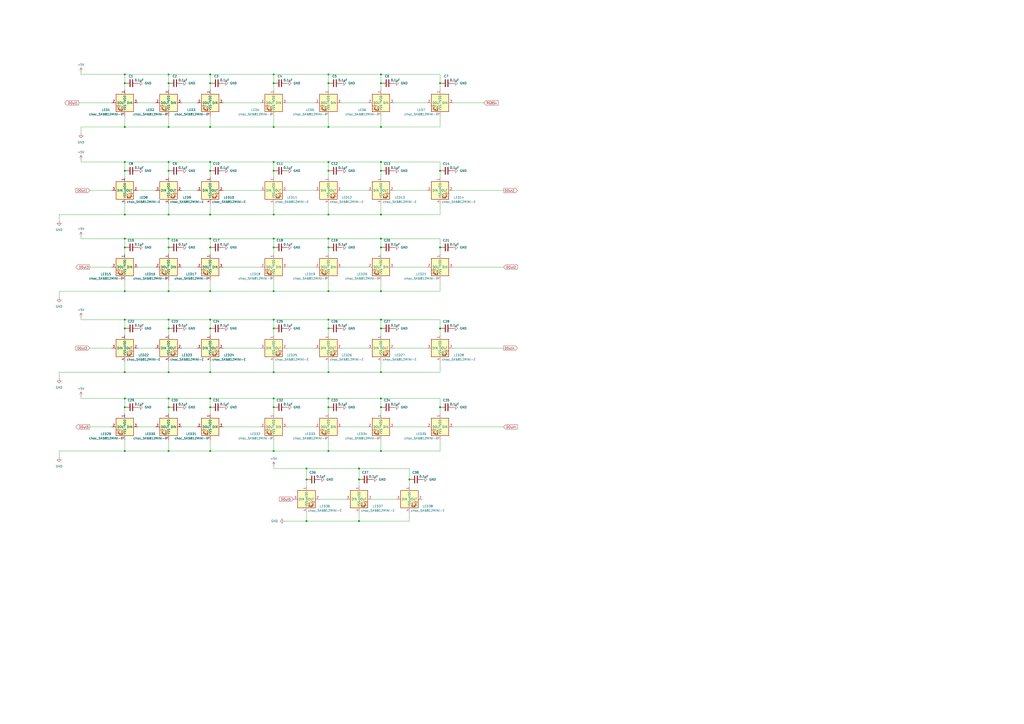
<source format=kicad_sch>
(kicad_sch (version 20231120) (generator "eeschema") (generator_version "8.0")
  (paper "A2")
  (junction (at 255.27 236.22))
  (junction (at 121.92 215.9))
  (junction (at 190.5 168.91))
  (junction (at 220.98 43.18))
  (junction (at 158.75 73.66))
  (junction (at 72.39 231.14))
  (junction (at 121.92 93.98))
  (junction (at 97.79 73.66))
  (junction (at 97.79 168.91))
  (junction (at 72.39 124.46))
  (junction (at 237.49 278.13))
  (junction (at 158.75 48.26))
  (junction (at 72.39 99.06))
  (junction (at 177.8 278.13))
  (junction (at 158.75 190.5))
  (junction (at 97.79 185.42))
  (junction (at 158.75 236.22))
  (junction (at 72.39 168.91))
  (junction (at 97.79 261.62))
  (junction (at 220.98 143.51))
  (junction (at 121.92 124.46))
  (junction (at 208.28 278.13))
  (junction (at 97.79 93.98))
  (junction (at 97.79 124.46))
  (junction (at 190.5 190.5))
  (junction (at 97.79 236.22))
  (junction (at 72.39 43.18))
  (junction (at 158.75 99.06))
  (junction (at 121.92 99.06))
  (junction (at 190.5 138.43))
  (junction (at 220.98 73.66))
  (junction (at 158.75 124.46))
  (junction (at 190.5 143.51))
  (junction (at 190.5 185.42))
  (junction (at 177.8 302.26))
  (junction (at 97.79 231.14))
  (junction (at 158.75 185.42))
  (junction (at 190.5 215.9))
  (junction (at 220.98 168.91))
  (junction (at 121.92 236.22))
  (junction (at 121.92 231.14))
  (junction (at 72.39 48.26))
  (junction (at 158.75 261.62))
  (junction (at 121.92 43.18))
  (junction (at 177.8 271.78))
  (junction (at 158.75 143.51))
  (junction (at 220.98 215.9))
  (junction (at 220.98 261.62))
  (junction (at 220.98 231.14))
  (junction (at 190.5 124.46))
  (junction (at 121.92 138.43))
  (junction (at 190.5 99.06))
  (junction (at 72.39 143.51))
  (junction (at 97.79 215.9))
  (junction (at 97.79 143.51))
  (junction (at 72.39 215.9))
  (junction (at 208.28 271.78))
  (junction (at 255.27 190.5))
  (junction (at 158.75 43.18))
  (junction (at 255.27 143.51))
  (junction (at 220.98 93.98))
  (junction (at 190.5 43.18))
  (junction (at 220.98 236.22))
  (junction (at 220.98 138.43))
  (junction (at 220.98 48.26))
  (junction (at 97.79 99.06))
  (junction (at 190.5 236.22))
  (junction (at 72.39 138.43))
  (junction (at 220.98 190.5))
  (junction (at 121.92 261.62))
  (junction (at 220.98 185.42))
  (junction (at 220.98 99.06))
  (junction (at 255.27 48.26))
  (junction (at 72.39 236.22))
  (junction (at 97.79 190.5))
  (junction (at 97.79 138.43))
  (junction (at 72.39 190.5))
  (junction (at 72.39 73.66))
  (junction (at 158.75 168.91))
  (junction (at 158.75 231.14))
  (junction (at 72.39 261.62))
  (junction (at 121.92 190.5))
  (junction (at 72.39 93.98))
  (junction (at 158.75 93.98))
  (junction (at 190.5 261.62))
  (junction (at 158.75 215.9))
  (junction (at 255.27 99.06))
  (junction (at 121.92 143.51))
  (junction (at 190.5 231.14))
  (junction (at 121.92 168.91))
  (junction (at 72.39 185.42))
  (junction (at 121.92 73.66))
  (junction (at 97.79 43.18))
  (junction (at 208.28 302.26))
  (junction (at 97.79 48.26))
  (junction (at 121.92 185.42))
  (junction (at 158.75 138.43))
  (junction (at 190.5 48.26))
  (junction (at 220.98 124.46))
  (junction (at 121.92 48.26))
  (junction (at 190.5 73.66))
  (junction (at 190.5 93.98))
  (wire (pts (xy 46.99 92.71) (xy 46.99 93.98)))
  (wire (pts (xy 177.8 271.78) (xy 158.75 271.78)))
  (wire (pts (xy 198.12 201.93) (xy 213.36 201.93)))
  (wire (pts (xy 46.99 73.66) (xy 72.39 73.66)))
  (wire (pts (xy 190.5 73.66) (xy 220.98 73.66)))
  (wire (pts (xy 121.92 209.55) (xy 121.92 215.9)))
  (wire (pts (xy 158.75 102.87) (xy 158.75 99.06)))
  (wire (pts (xy 255.27 215.9) (xy 255.27 209.55)))
  (wire (pts (xy 129.54 201.93) (xy 151.13 201.93)))
  (wire (pts (xy 220.98 194.31) (xy 220.98 190.5)))
  (wire (pts (xy 97.79 102.87) (xy 97.79 99.06)))
  (wire (pts (xy 237.49 297.18) (xy 237.49 302.26)))
  (wire (pts (xy 158.75 209.55) (xy 158.75 215.9)))
  (wire (pts (xy 255.27 147.32) (xy 255.27 143.51)))
  (wire (pts (xy 198.12 154.94) (xy 213.36 154.94)))
  (wire (pts (xy 105.41 201.93) (xy 114.3 201.93)))
  (wire (pts (xy 228.6 247.65) (xy 247.65 247.65)))
  (wire (pts (xy 121.92 124.46) (xy 158.75 124.46)))
  (wire (pts (xy 190.5 231.14) (xy 220.98 231.14)))
  (wire (pts (xy 105.41 154.94) (xy 114.3 154.94)))
  (wire (pts (xy 190.5 261.62) (xy 220.98 261.62)))
  (wire (pts (xy 121.92 48.26) (xy 121.92 43.18)))
  (wire (pts (xy 121.92 194.31) (xy 121.92 190.5)))
  (wire (pts (xy 129.54 154.94) (xy 151.13 154.94)))
  (wire (pts (xy 220.98 43.18) (xy 220.98 48.26)))
  (wire (pts (xy 34.29 261.62) (xy 72.39 261.62)))
  (wire (pts (xy 72.39 255.27) (xy 72.39 261.62)))
  (wire (pts (xy 72.39 194.31) (xy 72.39 190.5)))
  (wire (pts (xy 190.5 168.91) (xy 220.98 168.91)))
  (wire (pts (xy 158.75 147.32) (xy 158.75 143.51)))
  (wire (pts (xy 220.98 67.31) (xy 220.98 73.66)))
  (wire (pts (xy 255.27 138.43) (xy 255.27 143.51)))
  (wire (pts (xy 121.92 190.5) (xy 121.92 185.42)))
  (wire (pts (xy 121.92 52.07) (xy 121.92 48.26)))
  (wire (pts (xy 220.98 168.91) (xy 255.27 168.91)))
  (wire (pts (xy 220.98 93.98) (xy 255.27 93.98)))
  (wire (pts (xy 220.98 240.03) (xy 220.98 236.22)))
  (wire (pts (xy 46.99 231.14) (xy 72.39 231.14)))
  (wire (pts (xy 34.29 124.46) (xy 34.29 128.27)))
  (wire (pts (xy 46.99 229.87) (xy 46.99 231.14)))
  (wire (pts (xy 121.92 143.51) (xy 121.92 138.43)))
  (wire (pts (xy 158.75 118.11) (xy 158.75 124.46)))
  (wire (pts (xy 34.29 215.9) (xy 34.29 219.71)))
  (wire (pts (xy 129.54 59.69) (xy 151.13 59.69)))
  (wire (pts (xy 158.75 168.91) (xy 190.5 168.91)))
  (wire (pts (xy 72.39 215.9) (xy 97.79 215.9)))
  (wire (pts (xy 72.39 124.46) (xy 97.79 124.46)))
  (wire (pts (xy 121.92 99.06) (xy 121.92 93.98)))
  (wire (pts (xy 208.28 278.13) (xy 208.28 281.94)))
  (wire (pts (xy 158.75 185.42) (xy 158.75 190.5)))
  (wire (pts (xy 72.39 67.31) (xy 72.39 73.66)))
  (wire (pts (xy 80.01 59.69) (xy 90.17 59.69)))
  (wire (pts (xy 220.98 261.62) (xy 255.27 261.62)))
  (wire (pts (xy 166.37 110.49) (xy 182.88 110.49)))
  (wire (pts (xy 97.79 93.98) (xy 121.92 93.98)))
  (wire (pts (xy 52.07 110.49) (xy 64.77 110.49)))
  (wire (pts (xy 97.79 240.03) (xy 97.79 236.22)))
  (wire (pts (xy 255.27 240.03) (xy 255.27 236.22)))
  (wire (pts (xy 220.98 124.46) (xy 255.27 124.46)))
  (wire (pts (xy 190.5 102.87) (xy 190.5 99.06)))
  (wire (pts (xy 166.37 59.69) (xy 182.88 59.69)))
  (wire (pts (xy 190.5 67.31) (xy 190.5 73.66)))
  (wire (pts (xy 121.92 93.98) (xy 158.75 93.98)))
  (wire (pts (xy 220.98 147.32) (xy 220.98 143.51)))
  (wire (pts (xy 72.39 147.32) (xy 72.39 143.51)))
  (wire (pts (xy 72.39 138.43) (xy 97.79 138.43)))
  (wire (pts (xy 190.5 93.98) (xy 190.5 99.06)))
  (wire (pts (xy 105.41 59.69) (xy 114.3 59.69)))
  (wire (pts (xy 97.79 255.27) (xy 97.79 261.62)))
  (wire (pts (xy 72.39 168.91) (xy 97.79 168.91)))
  (wire (pts (xy 97.79 194.31) (xy 97.79 190.5)))
  (wire (pts (xy 158.75 231.14) (xy 190.5 231.14)))
  (wire (pts (xy 190.5 138.43) (xy 190.5 143.51)))
  (wire (pts (xy 158.75 93.98) (xy 158.75 99.06)))
  (wire (pts (xy 46.99 73.66) (xy 46.99 77.47)))
  (wire (pts (xy 158.75 261.62) (xy 190.5 261.62)))
  (wire (pts (xy 97.79 43.18) (xy 121.92 43.18)))
  (wire (pts (xy 255.27 93.98) (xy 255.27 99.06)))
  (wire (pts (xy 237.49 278.13) (xy 237.49 281.94)))
  (wire (pts (xy 158.75 73.66) (xy 190.5 73.66)))
  (wire (pts (xy 220.98 118.11) (xy 220.98 124.46)))
  (wire (pts (xy 220.98 209.55) (xy 220.98 215.9)))
  (wire (pts (xy 121.92 147.32) (xy 121.92 143.51)))
  (wire (pts (xy 34.29 168.91) (xy 72.39 168.91)))
  (wire (pts (xy 121.92 261.62) (xy 158.75 261.62)))
  (wire (pts (xy 46.99 184.15) (xy 46.99 185.42)))
  (wire (pts (xy 97.79 261.62) (xy 121.92 261.62)))
  (wire (pts (xy 46.99 43.18) (xy 72.39 43.18)))
  (wire (pts (xy 177.8 302.26) (xy 208.28 302.26)))
  (wire (pts (xy 158.75 138.43) (xy 158.75 143.51)))
  (wire (pts (xy 80.01 154.94) (xy 90.17 154.94)))
  (wire (pts (xy 158.75 215.9) (xy 190.5 215.9)))
  (wire (pts (xy 190.5 43.18) (xy 220.98 43.18)))
  (wire (pts (xy 262.89 59.69) (xy 280.67 59.69)))
  (wire (pts (xy 220.98 138.43) (xy 220.98 143.51)))
  (wire (pts (xy 198.12 247.65) (xy 213.36 247.65)))
  (wire (pts (xy 190.5 124.46) (xy 220.98 124.46)))
  (wire (pts (xy 208.28 302.26) (xy 237.49 302.26)))
  (wire (pts (xy 72.39 143.51) (xy 72.39 138.43)))
  (wire (pts (xy 158.75 93.98) (xy 190.5 93.98)))
  (wire (pts (xy 228.6 201.93) (xy 247.65 201.93)))
  (wire (pts (xy 34.29 215.9) (xy 72.39 215.9)))
  (wire (pts (xy 72.39 99.06) (xy 72.39 93.98)))
  (wire (pts (xy 198.12 110.49) (xy 213.36 110.49)))
  (wire (pts (xy 220.98 215.9) (xy 255.27 215.9)))
  (wire (pts (xy 158.75 67.31) (xy 158.75 73.66)))
  (wire (pts (xy 72.39 102.87) (xy 72.39 99.06)))
  (wire (pts (xy 80.01 110.49) (xy 90.17 110.49)))
  (wire (pts (xy 158.75 255.27) (xy 158.75 261.62)))
  (wire (pts (xy 34.29 261.62) (xy 34.29 265.43)))
  (wire (pts (xy 220.98 43.18) (xy 255.27 43.18)))
  (wire (pts (xy 46.99 138.43) (xy 72.39 138.43)))
  (wire (pts (xy 190.5 93.98) (xy 220.98 93.98)))
  (wire (pts (xy 129.54 110.49) (xy 151.13 110.49)))
  (wire (pts (xy 97.79 190.5) (xy 97.79 185.42)))
  (wire (pts (xy 262.89 247.65) (xy 292.1 247.65)))
  (wire (pts (xy 190.5 138.43) (xy 220.98 138.43)))
  (wire (pts (xy 121.92 231.14) (xy 158.75 231.14)))
  (wire (pts (xy 158.75 185.42) (xy 190.5 185.42)))
  (wire (pts (xy 190.5 185.42) (xy 190.5 190.5)))
  (wire (pts (xy 121.92 102.87) (xy 121.92 99.06)))
  (wire (pts (xy 46.99 93.98) (xy 72.39 93.98)))
  (wire (pts (xy 255.27 52.07) (xy 255.27 48.26)))
  (wire (pts (xy 208.28 271.78) (xy 237.49 271.78)))
  (wire (pts (xy 97.79 147.32) (xy 97.79 143.51)))
  (wire (pts (xy 255.27 73.66) (xy 255.27 67.31)))
  (wire (pts (xy 262.89 154.94) (xy 292.1 154.94)))
  (wire (pts (xy 97.79 67.31) (xy 97.79 73.66)))
  (wire (pts (xy 158.75 43.18) (xy 158.75 48.26)))
  (wire (pts (xy 220.98 255.27) (xy 220.98 261.62)))
  (wire (pts (xy 97.79 168.91) (xy 121.92 168.91)))
  (wire (pts (xy 190.5 215.9) (xy 220.98 215.9)))
  (wire (pts (xy 121.92 215.9) (xy 158.75 215.9)))
  (wire (pts (xy 97.79 231.14) (xy 121.92 231.14)))
  (wire (pts (xy 121.92 162.56) (xy 121.92 168.91)))
  (wire (pts (xy 72.39 236.22) (xy 72.39 231.14)))
  (wire (pts (xy 220.98 138.43) (xy 255.27 138.43)))
  (wire (pts (xy 158.75 124.46) (xy 190.5 124.46)))
  (wire (pts (xy 72.39 162.56) (xy 72.39 168.91)))
  (wire (pts (xy 262.89 110.49) (xy 292.1 110.49)))
  (wire (pts (xy 190.5 231.14) (xy 190.5 236.22)))
  (wire (pts (xy 158.75 194.31) (xy 158.75 190.5)))
  (wire (pts (xy 72.39 209.55) (xy 72.39 215.9)))
  (wire (pts (xy 121.92 185.42) (xy 158.75 185.42)))
  (wire (pts (xy 255.27 43.18) (xy 255.27 48.26)))
  (wire (pts (xy 190.5 194.31) (xy 190.5 190.5)))
  (wire (pts (xy 72.39 190.5) (xy 72.39 185.42)))
  (wire (pts (xy 105.41 110.49) (xy 114.3 110.49)))
  (wire (pts (xy 121.92 73.66) (xy 158.75 73.66)))
  (wire (pts (xy 158.75 271.78) (xy 158.75 270.51)))
  (wire (pts (xy 177.8 278.13) (xy 177.8 281.94)))
  (wire (pts (xy 72.39 231.14) (xy 97.79 231.14)))
  (wire (pts (xy 228.6 110.49) (xy 247.65 110.49)))
  (wire (pts (xy 97.79 52.07) (xy 97.79 48.26)))
  (wire (pts (xy 190.5 118.11) (xy 190.5 124.46)))
  (wire (pts (xy 255.27 168.91) (xy 255.27 162.56)))
  (wire (pts (xy 72.39 52.07) (xy 72.39 48.26)))
  (wire (pts (xy 255.27 102.87) (xy 255.27 99.06)))
  (wire (pts (xy 255.27 185.42) (xy 255.27 190.5)))
  (wire (pts (xy 72.39 118.11) (xy 72.39 124.46)))
  (wire (pts (xy 220.98 185.42) (xy 255.27 185.42)))
  (wire (pts (xy 97.79 138.43) (xy 121.92 138.43)))
  (wire (pts (xy 262.89 201.93) (xy 292.1 201.93)))
  (wire (pts (xy 190.5 185.42) (xy 220.98 185.42)))
  (wire (pts (xy 97.79 185.42) (xy 121.92 185.42)))
  (wire (pts (xy 220.98 231.14) (xy 255.27 231.14)))
  (wire (pts (xy 121.92 255.27) (xy 121.92 261.62)))
  (wire (pts (xy 220.98 73.66) (xy 255.27 73.66)))
  (wire (pts (xy 166.37 154.94) (xy 182.88 154.94)))
  (wire (pts (xy 190.5 52.07) (xy 190.5 48.26)))
  (wire (pts (xy 97.79 124.46) (xy 121.92 124.46)))
  (wire (pts (xy 72.39 240.03) (xy 72.39 236.22)))
  (wire (pts (xy 228.6 154.94) (xy 247.65 154.94)))
  (wire (pts (xy 121.92 168.91) (xy 158.75 168.91)))
  (wire (pts (xy 97.79 48.26) (xy 97.79 43.18)))
  (wire (pts (xy 190.5 162.56) (xy 190.5 168.91)))
  (wire (pts (xy 80.01 247.65) (xy 90.17 247.65)))
  (wire (pts (xy 121.92 118.11) (xy 121.92 124.46)))
  (wire (pts (xy 190.5 255.27) (xy 190.5 261.62)))
  (wire (pts (xy 228.6 59.69) (xy 247.65 59.69)))
  (wire (pts (xy 46.99 41.91) (xy 46.99 43.18)))
  (wire (pts (xy 121.92 240.03) (xy 121.92 236.22)))
  (wire (pts (xy 72.39 93.98) (xy 97.79 93.98)))
  (wire (pts (xy 190.5 209.55) (xy 190.5 215.9)))
  (wire (pts (xy 215.9 289.56) (xy 229.87 289.56)))
  (wire (pts (xy 190.5 147.32) (xy 190.5 143.51)))
  (wire (pts (xy 190.5 240.03) (xy 190.5 236.22)))
  (wire (pts (xy 255.27 194.31) (xy 255.27 190.5)))
  (wire (pts (xy 177.8 278.13) (xy 177.8 271.78)))
  (wire (pts (xy 255.27 231.14) (xy 255.27 236.22)))
  (wire (pts (xy 52.07 154.94) (xy 64.77 154.94)))
  (wire (pts (xy 177.8 297.18) (xy 177.8 302.26)))
  (wire (pts (xy 129.54 247.65) (xy 151.13 247.65)))
  (wire (pts (xy 80.01 201.93) (xy 90.17 201.93)))
  (wire (pts (xy 177.8 271.78) (xy 208.28 271.78)))
  (wire (pts (xy 158.75 162.56) (xy 158.75 168.91)))
  (wire (pts (xy 220.98 185.42) (xy 220.98 190.5)))
  (wire (pts (xy 255.27 261.62) (xy 255.27 255.27)))
  (wire (pts (xy 72.39 73.66) (xy 97.79 73.66)))
  (wire (pts (xy 72.39 48.26) (xy 72.39 43.18)))
  (wire (pts (xy 105.41 247.65) (xy 114.3 247.65)))
  (wire (pts (xy 158.75 52.07) (xy 158.75 48.26)))
  (wire (pts (xy 97.79 73.66) (xy 121.92 73.66)))
  (wire (pts (xy 46.99 137.16) (xy 46.99 138.43)))
  (wire (pts (xy 190.5 43.18) (xy 190.5 48.26)))
  (wire (pts (xy 166.37 247.65) (xy 182.88 247.65)))
  (wire (pts (xy 52.07 201.93) (xy 64.77 201.93)))
  (wire (pts (xy 72.39 185.42) (xy 97.79 185.42)))
  (wire (pts (xy 220.98 93.98) (xy 220.98 99.06)))
  (wire (pts (xy 34.29 168.91) (xy 34.29 172.72)))
  (wire (pts (xy 158.75 138.43) (xy 190.5 138.43)))
  (wire (pts (xy 166.37 201.93) (xy 182.88 201.93)))
  (wire (pts (xy 220.98 102.87) (xy 220.98 99.06)))
  (wire (pts (xy 177.8 302.26) (xy 165.1 302.26)))
  (wire (pts (xy 237.49 271.78) (xy 237.49 278.13)))
  (wire (pts (xy 121.92 138.43) (xy 158.75 138.43)))
  (wire (pts (xy 97.79 99.06) (xy 97.79 93.98)))
  (wire (pts (xy 158.75 43.18) (xy 190.5 43.18)))
  (wire (pts (xy 220.98 231.14) (xy 220.98 236.22)))
  (wire (pts (xy 255.27 124.46) (xy 255.27 118.11)))
  (wire (pts (xy 72.39 43.18) (xy 97.79 43.18)))
  (wire (pts (xy 97.79 143.51) (xy 97.79 138.43)))
  (wire (pts (xy 97.79 118.11) (xy 97.79 124.46)))
  (wire (pts (xy 46.99 185.42) (xy 72.39 185.42)))
  (wire (pts (xy 97.79 162.56) (xy 97.79 168.91)))
  (wire (pts (xy 208.28 297.18) (xy 208.28 302.26)))
  (wire (pts (xy 158.75 231.14) (xy 158.75 236.22)))
  (wire (pts (xy 121.92 236.22) (xy 121.92 231.14)))
  (wire (pts (xy 97.79 215.9) (xy 121.92 215.9)))
  (wire (pts (xy 34.29 124.46) (xy 72.39 124.46)))
  (wire (pts (xy 52.07 247.65) (xy 64.77 247.65)))
  (wire (pts (xy 97.79 209.55) (xy 97.79 215.9)))
  (wire (pts (xy 97.79 236.22) (xy 97.79 231.14)))
  (wire (pts (xy 45.72 59.69) (xy 64.77 59.69)))
  (wire (pts (xy 220.98 52.07) (xy 220.98 48.26)))
  (wire (pts (xy 158.75 240.03) (xy 158.75 236.22)))
  (wire (pts (xy 72.39 261.62) (xy 97.79 261.62)))
  (wire (pts (xy 220.98 162.56) (xy 220.98 168.91)))
  (wire (pts (xy 121.92 43.18) (xy 158.75 43.18)))
  (wire (pts (xy 185.42 289.56) (xy 200.66 289.56)))
  (wire (pts (xy 208.28 271.78) (xy 208.28 278.13)))
  (wire (pts (xy 198.12 59.69) (xy 213.36 59.69)))
  (wire (pts (xy 121.92 67.31) (xy 121.92 73.66)))
  (global_label "DOut2" (shape output) (at 292.1 110.49 0) (property "Intersheetrefs" "${INTERSHEET_REFS}" (effects (hide yes))))
  (global_label "RGB5v" (shape input) (at 280.67 59.69 0) (property "Intersheetrefs" "${INTERSHEET_REFS}" (effects (hide yes))))
  (global_label "DOut1" (shape output) (at 45.72 59.69 180) (property "Intersheetrefs" "${INTERSHEET_REFS}" (effects (hide yes))))
  (global_label "DOut5" (shape output) (at 52.07 247.65 180) (property "Intersheetrefs" "${INTERSHEET_REFS}" (effects (hide yes))))
  (global_label "DOut1" (shape input) (at 52.07 110.49 180) (property "Intersheetrefs" "${INTERSHEET_REFS}" (effects (hide yes))))
  (global_label "DOut5" (shape input) (at 170.18 289.56 180) (property "Intersheetrefs" "${INTERSHEET_REFS}" (effects (hide yes))))
  (global_label "DOut2" (shape input) (at 292.1 154.94 0) (property "Intersheetrefs" "${INTERSHEET_REFS}" (effects (hide yes))))
  (global_label "DOut3" (shape output) (at 52.07 154.94 180) (property "Intersheetrefs" "${INTERSHEET_REFS}" (effects (hide yes))))
  (global_label "DOut4" (shape output) (at 292.1 201.93 0) (property "Intersheetrefs" "${INTERSHEET_REFS}" (effects (hide yes))))
  (global_label "DOut3" (shape input) (at 52.07 201.93 180) (property "Intersheetrefs" "${INTERSHEET_REFS}" (effects (hide yes))))
  (global_label "DOut4" (shape input) (at 292.1 247.65 0) (property "Intersheetrefs" "${INTERSHEET_REFS}" (effects (hide yes))))
  (symbol (lib_id "power:GND") (at 198.12 143.51 90) (unit 1)
    (property "Reference" "#PWR039" (effects (hide yes)))
    (property "Value" "GND" (at 201.93 143.5099 90) (effects (justify right)))
    (property "Description" "Power symbol creates a global label with name \"GND\" , ground" (effects (hide yes)))
  )
  (symbol (lib_id "PCM_marbastlib-choc:choc_SK6812MINI-E") (at 255.27 201.93 0) (unit 1)
    (property "Reference" "LED28" (at 266.192 205.994 0))
    (property "Value" "choc_SK6812MINI-E" (at 266.192 208.534 0))
    (property "Footprint" "PCM_marbastlib-choc:LED_choc_6028R" (effects (hide yes)))
    (property "Description" "Reverse mount adressable LED (WS2812 protocol)" (effects (hide yes)))
  )
  (symbol (lib_id "power:GND") (at 228.6 99.06 90) (unit 1)
    (property "Reference" "#PWR031" (effects (hide yes)))
    (property "Value" "GND" (at 232.41 99.0599 90) (effects (justify right)))
    (property "Description" "Power symbol creates a global label with name \"GND\" , ground" (effects (hide yes)))
  )
  (symbol (lib_id "PCM_marbastlib-choc:choc_SK6812MINI-E") (at 121.92 247.65 0) (mirror y) (unit 1)
    (property "Reference" "LED31" (at 110.998 251.714 0))
    (property "Value" "choc_SK6812MINI-E" (at 110.998 254.254 0))
    (property "Footprint" "PCM_marbastlib-choc:LED_choc_6028R" (effects (hide yes)))
    (property "Description" "Reverse mount adressable LED (WS2812 protocol)" (effects (hide yes)))
  )
  (symbol (lib_id "Device:C") (at 224.79 99.06 90) (unit 1)
    (property "Reference" "C13" (at 224.536 94.996 90))
    (property "Value" "0.1uF" (at 229.362 97.282 90))
    (property "Footprint" "Capacitor_SMD:C_0402_1005Metric" (effects (hide yes)))
    (property "Description" "Unpolarized capacitor" (effects (hide yes)))
  )
  (symbol (lib_id "PCM_marbastlib-choc:choc_SK6812MINI-E") (at 158.75 110.49 0) (unit 1)
    (property "Reference" "LED11" (at 169.418 114.554 0))
    (property "Value" "choc_SK6812MINI-E" (at 169.418 117.094 0))
    (property "Footprint" "PCM_marbastlib-choc:LED_choc_6028R" (effects (hide yes)))
    (property "Description" "Reverse mount adressable LED (WS2812 protocol)" (effects (hide yes)))
  )
  (symbol (lib_id "Device:C") (at 241.3 278.13 90) (unit 1)
    (property "Reference" "C38" (at 241.046 274.066 90))
    (property "Value" "0.1uF" (at 245.872 276.352 90))
    (property "Footprint" "Capacitor_SMD:C_0402_1005Metric" (effects (hide yes)))
    (property "Description" "Unpolarized capacitor" (effects (hide yes)))
  )
  (symbol (lib_id "PCM_marbastlib-choc:choc_SK6812MINI-E") (at 237.49 289.56 0) (unit 1)
    (property "Reference" "LED38" (at 248.158 293.624 0))
    (property "Value" "choc_SK6812MINI-E" (at 248.158 296.164 0))
    (property "Footprint" "PCM_marbastlib-choc:LED_choc_6028R" (effects (hide yes)))
    (property "Description" "Reverse mount adressable LED (WS2812 protocol)" (effects (hide yes)))
  )
  (symbol (lib_id "PCM_marbastlib-choc:choc_SK6812MINI-E") (at 158.75 59.69 0) (mirror y) (unit 1)
    (property "Reference" "LED4" (at 148.082 63.754 0))
    (property "Value" "choc_SK6812MINI-E" (at 148.082 66.294 0))
    (property "Footprint" "PCM_marbastlib-choc:LED_choc_6028R" (effects (hide yes)))
    (property "Description" "Reverse mount adressable LED (WS2812 protocol)" (effects (hide yes)))
  )
  (symbol (lib_id "Device:C") (at 162.56 143.51 90) (unit 1)
    (property "Reference" "C18" (at 162.306 139.446 90))
    (property "Value" "0.1uF" (at 167.132 141.732 90))
    (property "Footprint" "Capacitor_SMD:C_0402_1005Metric" (effects (hide yes)))
    (property "Description" "Unpolarized capacitor" (effects (hide yes)))
  )
  (symbol (lib_id "power:GND") (at 80.01 99.06 90) (unit 1)
    (property "Reference" "#PWR026" (effects (hide yes)))
    (property "Value" "GND" (at 83.82 99.0599 90) (effects (justify right)))
    (property "Description" "Power symbol creates a global label with name \"GND\" , ground" (effects (hide yes)))
  )
  (symbol (lib_id "power:GND") (at 105.41 190.5 90) (unit 1)
    (property "Reference" "#PWR045" (effects (hide yes)))
    (property "Value" "GND" (at 109.22 190.4999 90) (effects (justify right)))
    (property "Description" "Power symbol creates a global label with name \"GND\" , ground" (effects (hide yes)))
  )
  (symbol (lib_id "PCM_marbastlib-choc:choc_SK6812MINI-E") (at 97.79 59.69 0) (mirror y) (unit 1)
    (property "Reference" "LED2" (at 87.122 63.754 0))
    (property "Value" "choc_SK6812MINI-E" (at 87.122 66.294 0))
    (property "Footprint" "PCM_marbastlib-choc:LED_choc_6028R" (effects (hide yes)))
    (property "Description" "Reverse mount adressable LED (WS2812 protocol)" (effects (hide yes)))
  )
  (symbol (lib_id "PCM_marbastlib-choc:choc_SK6812MINI-E") (at 255.27 110.49 0) (unit 1)
    (property "Reference" "LED14" (at 266.192 114.554 0))
    (property "Value" "choc_SK6812MINI-E" (at 266.192 117.094 0))
    (property "Footprint" "PCM_marbastlib-choc:LED_choc_6028R" (effects (hide yes)))
    (property "Description" "Reverse mount adressable LED (WS2812 protocol)" (effects (hide yes)))
  )
  (symbol (lib_id "Device:C") (at 76.2 143.51 90) (unit 1)
    (property "Reference" "C15" (at 75.946 139.446 90))
    (property "Value" "0.1uF" (at 80.772 141.732 90))
    (property "Footprint" "Capacitor_SMD:C_0402_1005Metric" (effects (hide yes)))
    (property "Description" "Unpolarized capacitor" (effects (hide yes)))
  )
  (symbol (lib_id "power:GND") (at 198.12 48.26 90) (unit 1)
    (property "Reference" "#PWR021" (effects (hide yes)))
    (property "Value" "GND" (at 201.93 48.2599 90) (effects (justify right)))
    (property "Description" "Power symbol creates a global label with name \"GND\" , ground" (effects (hide yes)))
  )
  (symbol (lib_id "Device:C") (at 259.08 99.06 90) (unit 1)
    (property "Reference" "C14" (at 258.826 94.996 90))
    (property "Value" "0.1uF" (at 263.652 97.282 90))
    (property "Footprint" "Capacitor_SMD:C_0402_1005Metric" (effects (hide yes)))
    (property "Description" "Unpolarized capacitor" (effects (hide yes)))
  )
  (symbol (lib_id "power:GND") (at 215.9 278.13 90) (unit 1)
    (property "Reference" "#PWR077" (effects (hide yes)))
    (property "Value" "GND" (at 219.71 278.1299 90) (effects (justify right)))
    (property "Description" "Power symbol creates a global label with name \"GND\" , ground" (effects (hide yes)))
  )
  (symbol (lib_id "Device:C") (at 194.31 48.26 90) (unit 1)
    (property "Reference" "C5" (at 194.056 44.196 90))
    (property "Value" "0.1uF" (at 198.882 46.482 90))
    (property "Footprint" "Capacitor_SMD:C_0402_1005Metric" (effects (hide yes)))
    (property "Description" "Unpolarized capacitor" (effects (hide yes)))
  )
  (symbol (lib_id "Device:C") (at 101.6 143.51 90) (unit 1)
    (property "Reference" "C16" (at 101.346 139.446 90))
    (property "Value" "0.1uF" (at 106.172 141.732 90))
    (property "Footprint" "Capacitor_SMD:C_0402_1005Metric" (effects (hide yes)))
    (property "Description" "Unpolarized capacitor" (effects (hide yes)))
  )
  (symbol (lib_id "power:GND") (at 262.89 48.26 90) (unit 1)
    (property "Reference" "#PWR023" (effects (hide yes)))
    (property "Value" "GND" (at 266.7 48.2599 90) (effects (justify right)))
    (property "Description" "Power symbol creates a global label with name \"GND\" , ground" (effects (hide yes)))
  )
  (symbol (lib_id "power:GND") (at 166.37 48.26 90) (unit 1)
    (property "Reference" "#PWR020" (effects (hide yes)))
    (property "Value" "GND" (at 170.18 48.2599 90) (effects (justify right)))
    (property "Description" "Power symbol creates a global label with name \"GND\" , ground" (effects (hide yes)))
  )
  (symbol (lib_id "Device:C") (at 181.61 278.13 90) (unit 1)
    (property "Reference" "C36" (at 181.356 274.066 90))
    (property "Value" "0.1uF" (at 186.182 276.352 90))
    (property "Footprint" "Capacitor_SMD:C_0402_1005Metric" (effects (hide yes)))
    (property "Description" "Unpolarized capacitor" (effects (hide yes)))
  )
  (symbol (lib_id "power:GND") (at 80.01 48.26 90) (unit 1)
    (property "Reference" "#PWR017" (effects (hide yes)))
    (property "Value" "GND" (at 83.82 48.2599 90) (effects (justify right)))
    (property "Description" "Power symbol creates a global label with name \"GND\" , ground" (effects (hide yes)))
  )
  (symbol (lib_id "power:GND") (at 34.29 219.71 0) (unit 1)
    (property "Reference" "#PWR051" (effects (hide yes)))
    (property "Value" "GND" (at 34.29 224.79 0))
    (property "Description" "Power symbol creates a global label with name \"GND\" , ground" (effects (hide yes)))
  )
  (symbol (lib_id "PCM_marbastlib-choc:choc_SK6812MINI-E") (at 97.79 110.49 0) (unit 1)
    (property "Reference" "LED9" (at 108.458 114.554 0))
    (property "Value" "choc_SK6812MINI-E" (at 108.458 117.094 0))
    (property "Footprint" "PCM_marbastlib-choc:LED_choc_6028R" (effects (hide yes)))
    (property "Description" "Reverse mount adressable LED (WS2812 protocol)" (effects (hide yes)))
  )
  (symbol (lib_id "power:GND") (at 185.42 278.13 90) (unit 1)
    (property "Reference" "#PWR076" (effects (hide yes)))
    (property "Value" "GND" (at 189.23 278.1299 90) (effects (justify right)))
    (property "Description" "Power symbol creates a global label with name \"GND\" , ground" (effects (hide yes)))
  )
  (symbol (lib_id "power:GND") (at 198.12 99.06 90) (unit 1)
    (property "Reference" "#PWR030" (effects (hide yes)))
    (property "Value" "GND" (at 201.93 99.0599 90) (effects (justify right)))
    (property "Description" "Power symbol creates a global label with name \"GND\" , ground" (effects (hide yes)))
  )
  (symbol (lib_id "PCM_marbastlib-choc:choc_SK6812MINI-E") (at 220.98 110.49 0) (unit 1)
    (property "Reference" "LED13" (at 231.902 114.554 0))
    (property "Value" "choc_SK6812MINI-E" (at 231.902 117.094 0))
    (property "Footprint" "PCM_marbastlib-choc:LED_choc_6028R" (effects (hide yes)))
    (property "Description" "Reverse mount adressable LED (WS2812 protocol)" (effects (hide yes)))
  )
  (symbol (lib_id "Device:C") (at 162.56 236.22 90) (unit 1)
    (property "Reference" "C32" (at 162.306 232.156 90))
    (property "Value" "0.1uF" (at 167.132 234.442 90))
    (property "Footprint" "Capacitor_SMD:C_0402_1005Metric" (effects (hide yes)))
    (property "Description" "Unpolarized capacitor" (effects (hide yes)))
  )
  (symbol (lib_id "power:GND") (at 262.89 236.22 90) (unit 1)
    (property "Reference" "#PWR059" (effects (hide yes)))
    (property "Value" "GND" (at 266.7 236.2199 90) (effects (justify right)))
    (property "Description" "Power symbol creates a global label with name \"GND\" , ground" (effects (hide yes)))
  )
  (symbol (lib_id "PCM_marbastlib-choc:choc_SK6812MINI-E") (at 121.92 110.49 0) (unit 1)
    (property "Reference" "LED10" (at 132.842 114.554 0))
    (property "Value" "choc_SK6812MINI-E" (at 132.842 117.094 0))
    (property "Footprint" "PCM_marbastlib-choc:LED_choc_6028R" (effects (hide yes)))
    (property "Description" "Reverse mount adressable LED (WS2812 protocol)" (effects (hide yes)))
  )
  (symbol (lib_id "power:GND") (at 129.54 143.51 90) (unit 1)
    (property "Reference" "#PWR037" (effects (hide yes)))
    (property "Value" "GND" (at 133.35 143.5099 90) (effects (justify right)))
    (property "Description" "Power symbol creates a global label with name \"GND\" , ground" (effects (hide yes)))
  )
  (symbol (lib_id "power:GND") (at 105.41 48.26 90) (unit 1)
    (property "Reference" "#PWR018" (effects (hide yes)))
    (property "Value" "GND" (at 109.22 48.2599 90) (effects (justify right)))
    (property "Description" "Power symbol creates a global label with name \"GND\" , ground" (effects (hide yes)))
  )
  (symbol (lib_id "PCM_marbastlib-choc:choc_SK6812MINI-E") (at 220.98 154.94 0) (mirror y) (unit 1)
    (property "Reference" "LED20" (at 210.058 159.004 0))
    (property "Value" "choc_SK6812MINI-E" (at 210.058 161.544 0))
    (property "Footprint" "PCM_marbastlib-choc:LED_choc_6028R" (effects (hide yes)))
    (property "Description" "Reverse mount adressable LED (WS2812 protocol)" (effects (hide yes)))
  )
  (symbol (lib_id "PCM_marbastlib-choc:choc_SK6812MINI-E") (at 158.75 201.93 0) (unit 1)
    (property "Reference" "LED25" (at 169.418 205.994 0))
    (property "Value" "choc_SK6812MINI-E" (at 169.418 208.534 0))
    (property "Footprint" "PCM_marbastlib-choc:LED_choc_6028R" (effects (hide yes)))
    (property "Description" "Reverse mount adressable LED (WS2812 protocol)" (effects (hide yes)))
  )
  (symbol (lib_id "Device:C") (at 212.09 278.13 90) (unit 1)
    (property "Reference" "C37" (at 211.836 274.066 90))
    (property "Value" "0.1uF" (at 216.662 276.352 90))
    (property "Footprint" "Capacitor_SMD:C_0402_1005Metric" (effects (hide yes)))
    (property "Description" "Unpolarized capacitor" (effects (hide yes)))
  )
  (symbol (lib_id "Device:C") (at 76.2 190.5 90) (unit 1)
    (property "Reference" "C22" (at 75.946 186.436 90))
    (property "Value" "0.1uF" (at 80.772 188.722 90))
    (property "Footprint" "Capacitor_SMD:C_0402_1005Metric" (effects (hide yes)))
    (property "Description" "Unpolarized capacitor" (effects (hide yes)))
  )
  (symbol (lib_id "PCM_marbastlib-choc:choc_SK6812MINI-E") (at 208.28 289.56 0) (unit 1)
    (property "Reference" "LED37" (at 219.202 293.624 0))
    (property "Value" "choc_SK6812MINI-E" (at 219.202 296.164 0))
    (property "Footprint" "PCM_marbastlib-choc:LED_choc_6028R" (effects (hide yes)))
    (property "Description" "Reverse mount adressable LED (WS2812 protocol)" (effects (hide yes)))
  )
  (symbol (lib_id "Device:C") (at 224.79 143.51 90) (unit 1)
    (property "Reference" "C20" (at 224.536 139.446 90))
    (property "Value" "0.1uF" (at 229.362 141.732 90))
    (property "Footprint" "Capacitor_SMD:C_0402_1005Metric" (effects (hide yes)))
    (property "Description" "Unpolarized capacitor" (effects (hide yes)))
  )
  (symbol (lib_id "power:GND") (at 262.89 143.51 90) (unit 1)
    (property "Reference" "#PWR041" (effects (hide yes)))
    (property "Value" "GND" (at 266.7 143.5099 90) (effects (justify right)))
    (property "Description" "Power symbol creates a global label with name \"GND\" , ground" (effects (hide yes)))
  )
  (symbol (lib_id "power:GND") (at 80.01 190.5 90) (unit 1)
    (property "Reference" "#PWR044" (effects (hide yes)))
    (property "Value" "GND" (at 83.82 190.4999 90) (effects (justify right)))
    (property "Description" "Power symbol creates a global label with name \"GND\" , ground" (effects (hide yes)))
  )
  (symbol (lib_id "PCM_marbastlib-choc:choc_SK6812MINI-E") (at 220.98 201.93 0) (unit 1)
    (property "Reference" "LED27" (at 231.902 205.994 0))
    (property "Value" "choc_SK6812MINI-E" (at 231.902 208.534 0))
    (property "Footprint" "PCM_marbastlib-choc:LED_choc_6028R" (effects (hide yes)))
    (property "Description" "Reverse mount adressable LED (WS2812 protocol)" (effects (hide yes)))
  )
  (symbol (lib_id "Device:C") (at 162.56 99.06 90) (unit 1)
    (property "Reference" "C11" (at 162.306 94.996 90))
    (property "Value" "0.1uF" (at 167.132 97.282 90))
    (property "Footprint" "Capacitor_SMD:C_0402_1005Metric" (effects (hide yes)))
    (property "Description" "Unpolarized capacitor" (effects (hide yes)))
  )
  (symbol (lib_id "Device:C") (at 259.08 143.51 90) (unit 1)
    (property "Reference" "C21" (at 258.826 139.446 90))
    (property "Value" "0.1uF" (at 263.652 141.732 90))
    (property "Footprint" "Capacitor_SMD:C_0402_1005Metric" (effects (hide yes)))
    (property "Description" "Unpolarized capacitor" (effects (hide yes)))
  )
  (symbol (lib_id "PCM_marbastlib-choc:choc_SK6812MINI-E") (at 121.92 201.93 0) (unit 1)
    (property "Reference" "LED24" (at 132.842 205.994 0))
    (property "Value" "choc_SK6812MINI-E" (at 132.842 208.534 0))
    (property "Footprint" "PCM_marbastlib-choc:LED_choc_6028R" (effects (hide yes)))
    (property "Description" "Reverse mount adressable LED (WS2812 protocol)" (effects (hide yes)))
  )
  (symbol (lib_id "PCM_marbastlib-choc:choc_SK6812MINI-E") (at 97.79 201.93 0) (unit 1)
    (property "Reference" "LED23" (at 108.458 205.994 0))
    (property "Value" "choc_SK6812MINI-E" (at 108.458 208.534 0))
    (property "Footprint" "PCM_marbastlib-choc:LED_choc_6028R" (effects (hide yes)))
    (property "Description" "Reverse mount adressable LED (WS2812 protocol)" (effects (hide yes)))
  )
  (symbol (lib_id "power:GND") (at 166.37 143.51 90) (unit 1)
    (property "Reference" "#PWR038" (effects (hide yes)))
    (property "Value" "GND" (at 170.18 143.5099 90) (effects (justify right)))
    (property "Description" "Power symbol creates a global label with name \"GND\" , ground" (effects (hide yes)))
  )
  (symbol (lib_id "power:GND") (at 165.1 302.26 270) (unit 1)
    (property "Reference" "#PWR080" (effects (hide yes)))
    (property "Value" "GND" (at 161.29 302.2599 90) (effects (justify right)))
    (property "Description" "Power symbol creates a global label with name \"GND\" , ground" (effects (hide yes)))
  )
  (symbol (lib_id "power:GND") (at 34.29 265.43 0) (unit 1)
    (property "Reference" "#PWR074" (effects (hide yes)))
    (property "Value" "GND" (at 34.29 270.51 0))
    (property "Description" "Power symbol creates a global label with name \"GND\" , ground" (effects (hide yes)))
  )
  (symbol (lib_id "power:GND") (at 198.12 190.5 90) (unit 1)
    (property "Reference" "#PWR048" (effects (hide yes)))
    (property "Value" "GND" (at 201.93 190.4999 90) (effects (justify right)))
    (property "Description" "Power symbol creates a global label with name \"GND\" , ground" (effects (hide yes)))
  )
  (symbol (lib_id "Device:C") (at 76.2 48.26 90) (unit 1)
    (property "Reference" "C1" (at 75.946 44.196 90))
    (property "Value" "0.1uF" (at 80.772 46.482 90))
    (property "Footprint" "Capacitor_SMD:C_0402_1005Metric" (effects (hide yes)))
    (property "Description" "Unpolarized capacitor" (effects (hide yes)))
  )
  (symbol (lib_id "power:GND") (at 46.99 77.47 0) (unit 1)
    (property "Reference" "#PWR024" (effects (hide yes)))
    (property "Value" "GND" (at 46.99 82.55 0))
    (property "Description" "Power symbol creates a global label with name \"GND\" , ground" (effects (hide yes)))
  )
  (symbol (lib_id "Device:C") (at 125.73 48.26 90) (unit 1)
    (property "Reference" "C3" (at 125.476 44.196 90))
    (property "Value" "0.1uF" (at 130.302 46.482 90))
    (property "Footprint" "Capacitor_SMD:C_0402_1005Metric" (effects (hide yes)))
    (property "Description" "Unpolarized capacitor" (effects (hide yes)))
  )
  (symbol (lib_id "power:GND") (at 105.41 143.51 90) (unit 1)
    (property "Reference" "#PWR036" (effects (hide yes)))
    (property "Value" "GND" (at 109.22 143.5099 90) (effects (justify right)))
    (property "Description" "Power symbol creates a global label with name \"GND\" , ground" (effects (hide yes)))
  )
  (symbol (lib_id "power:GND") (at 166.37 190.5 90) (unit 1)
    (property "Reference" "#PWR047" (effects (hide yes)))
    (property "Value" "GND" (at 170.18 190.4999 90) (effects (justify right)))
    (property "Description" "Power symbol creates a global label with name \"GND\" , ground" (effects (hide yes)))
  )
  (symbol (lib_id "PCM_marbastlib-choc:choc_SK6812MINI-E") (at 255.27 59.69 0) (mirror y) (unit 1)
    (property "Reference" "LED7" (at 244.348 63.754 0))
    (property "Value" "choc_SK6812MINI-E" (at 244.348 66.294 0))
    (property "Footprint" "PCM_marbastlib-choc:LED_choc_6028R" (effects (hide yes)))
    (property "Description" "Reverse mount adressable LED (WS2812 protocol)" (effects (hide yes)))
  )
  (symbol (lib_id "Device:C") (at 125.73 236.22 90) (unit 1)
    (property "Reference" "C31" (at 125.476 232.156 90))
    (property "Value" "0.1uF" (at 130.302 234.442 90))
    (property "Footprint" "Capacitor_SMD:C_0402_1005Metric" (effects (hide yes)))
    (property "Description" "Unpolarized capacitor" (effects (hide yes)))
  )
  (symbol (lib_id "power:GND") (at 228.6 143.51 90) (unit 1)
    (property "Reference" "#PWR040" (effects (hide yes)))
    (property "Value" "GND" (at 232.41 143.5099 90) (effects (justify right)))
    (property "Description" "Power symbol creates a global label with name \"GND\" , ground" (effects (hide yes)))
  )
  (symbol (lib_id "Device:C") (at 224.79 190.5 90) (unit 1)
    (property "Reference" "C27" (at 224.536 186.436 90))
    (property "Value" "0.1uF" (at 229.362 188.722 90))
    (property "Footprint" "Capacitor_SMD:C_0402_1005Metric" (effects (hide yes)))
    (property "Description" "Unpolarized capacitor" (effects (hide yes)))
  )
  (symbol (lib_id "Device:C") (at 194.31 190.5 90) (unit 1)
    (property "Reference" "C26" (at 194.056 186.436 90))
    (property "Value" "0.1uF" (at 198.882 188.722 90))
    (property "Footprint" "Capacitor_SMD:C_0402_1005Metric" (effects (hide yes)))
    (property "Description" "Unpolarized capacitor" (effects (hide yes)))
  )
  (symbol (lib_id "PCM_marbastlib-choc:choc_SK6812MINI-E") (at 255.27 154.94 0) (mirror y) (unit 1)
    (property "Reference" "LED21" (at 244.348 159.004 0))
    (property "Value" "choc_SK6812MINI-E" (at 244.348 161.544 0))
    (property "Footprint" "PCM_marbastlib-choc:LED_choc_6028R" (effects (hide yes)))
    (property "Description" "Reverse mount adressable LED (WS2812 protocol)" (effects (hide yes)))
  )
  (symbol (lib_id "Device:C") (at 125.73 190.5 90) (unit 1)
    (property "Reference" "C24" (at 125.476 186.436 90))
    (property "Value" "0.1uF" (at 130.302 188.722 90))
    (property "Footprint" "Capacitor_SMD:C_0402_1005Metric" (effects (hide yes)))
    (property "Description" "Unpolarized capacitor" (effects (hide yes)))
  )
  (symbol (lib_id "power:GND") (at 34.29 128.27 0) (unit 1)
    (property "Reference" "#PWR033" (effects (hide yes)))
    (property "Value" "GND" (at 34.29 133.35 0))
    (property "Description" "Power symbol creates a global label with name \"GND\" , ground" (effects (hide yes)))
  )
  (symbol (lib_id "PCM_marbastlib-choc:choc_SK6812MINI-E") (at 72.39 201.93 0) (unit 1)
    (property "Reference" "LED22" (at 83.312 205.994 0))
    (property "Value" "choc_SK6812MINI-E" (at 83.312 208.534 0))
    (property "Footprint" "PCM_marbastlib-choc:LED_choc_6028R" (effects (hide yes)))
    (property "Description" "Reverse mount adressable LED (WS2812 protocol)" (effects (hide yes)))
  )
  (symbol (lib_id "power:GND") (at 228.6 48.26 90) (unit 1)
    (property "Reference" "#PWR022" (effects (hide yes)))
    (property "Value" "GND" (at 232.41 48.2599 90) (effects (justify right)))
    (property "Description" "Power symbol creates a global label with name \"GND\" , ground" (effects (hide yes)))
  )
  (symbol (lib_id "Device:C") (at 76.2 99.06 90) (unit 1)
    (property "Reference" "C8" (at 75.946 94.996 90))
    (property "Value" "0.1uF" (at 80.772 97.282 90))
    (property "Footprint" "Capacitor_SMD:C_0402_1005Metric" (effects (hide yes)))
    (property "Description" "Unpolarized capacitor" (effects (hide yes)))
  )
  (symbol (lib_id "PCM_marbastlib-choc:choc_SK6812MINI-E") (at 158.75 247.65 0) (mirror y) (unit 1)
    (property "Reference" "LED32" (at 148.082 251.714 0))
    (property "Value" "choc_SK6812MINI-E" (at 148.082 254.254 0))
    (property "Footprint" "PCM_marbastlib-choc:LED_choc_6028R" (effects (hide yes)))
    (property "Description" "Reverse mount adressable LED (WS2812 protocol)" (effects (hide yes)))
  )
  (symbol (lib_id "power:GND") (at 80.01 236.22 90) (unit 1)
    (property "Reference" "#PWR053" (effects (hide yes)))
    (property "Value" "GND" (at 83.82 236.2199 90) (effects (justify right)))
    (property "Description" "Power symbol creates a global label with name \"GND\" , ground" (effects (hide yes)))
  )
  (symbol (lib_id "Device:C") (at 76.2 236.22 90) (unit 1)
    (property "Reference" "C29" (at 75.946 232.156 90))
    (property "Value" "0.1uF" (at 80.772 234.442 90))
    (property "Footprint" "Capacitor_SMD:C_0402_1005Metric" (effects (hide yes)))
    (property "Description" "Unpolarized capacitor" (effects (hide yes)))
  )
  (symbol (lib_name "+5V_1") (lib_id "power:+5V") (at 46.99 229.87 0) (unit 1)
    (property "Reference" "#PWR052" (effects (hide yes)))
    (property "Value" "+5V" (at 46.99 225.425 0))
  )
  (symbol (lib_id "Device:C") (at 194.31 99.06 90) (unit 1)
    (property "Reference" "C12" (at 194.056 94.996 90))
    (property "Value" "0.1uF" (at 198.882 97.282 90))
    (property "Footprint" "Capacitor_SMD:C_0402_1005Metric" (effects (hide yes)))
    (property "Description" "Unpolarized capacitor" (effects (hide yes)))
  )
  (symbol (lib_id "power:GND") (at 245.11 278.13 90) (unit 1)
    (property "Reference" "#PWR078" (effects (hide yes)))
    (property "Value" "GND" (at 248.92 278.1299 90) (effects (justify right)))
    (property "Description" "Power symbol creates a global label with name \"GND\" , ground" (effects (hide yes)))
  )
  (symbol (lib_id "power:GND") (at 198.12 236.22 90) (unit 1)
    (property "Reference" "#PWR057" (effects (hide yes)))
    (property "Value" "GND" (at 201.93 236.2199 90) (effects (justify right)))
    (property "Description" "Power symbol creates a global label with name \"GND\" , ground" (effects (hide yes)))
  )
  (symbol (lib_id "PCM_marbastlib-choc:choc_SK6812MINI-E") (at 97.79 154.94 0) (mirror y) (unit 1)
    (property "Reference" "LED16" (at 87.122 159.004 0))
    (property "Value" "choc_SK6812MINI-E" (at 87.122 161.544 0))
    (property "Footprint" "PCM_marbastlib-choc:LED_choc_6028R" (effects (hide yes)))
    (property "Description" "Reverse mount adressable LED (WS2812 protocol)" (effects (hide yes)))
  )
  (symbol (lib_id "Device:C") (at 194.31 236.22 90) (unit 1)
    (property "Reference" "C33" (at 194.056 232.156 90))
    (property "Value" "0.1uF" (at 198.882 234.442 90))
    (property "Footprint" "Capacitor_SMD:C_0402_1005Metric" (effects (hide yes)))
    (property "Description" "Unpolarized capacitor" (effects (hide yes)))
  )
  (symbol (lib_id "power:GND") (at 228.6 236.22 90) (unit 1)
    (property "Reference" "#PWR058" (effects (hide yes)))
    (property "Value" "GND" (at 232.41 236.2199 90) (effects (justify right)))
    (property "Description" "Power symbol creates a global label with name \"GND\" , ground" (effects (hide yes)))
  )
  (symbol (lib_id "Device:C") (at 259.08 236.22 90) (unit 1)
    (property "Reference" "C35" (at 258.826 232.156 90))
    (property "Value" "0.1uF" (at 263.652 234.442 90))
    (property "Footprint" "Capacitor_SMD:C_0402_1005Metric" (effects (hide yes)))
    (property "Description" "Unpolarized capacitor" (effects (hide yes)))
  )
  (symbol (lib_id "power:GND") (at 105.41 236.22 90) (unit 1)
    (property "Reference" "#PWR054" (effects (hide yes)))
    (property "Value" "GND" (at 109.22 236.2199 90) (effects (justify right)))
    (property "Description" "Power symbol creates a global label with name \"GND\" , ground" (effects (hide yes)))
  )
  (symbol (lib_id "Device:C") (at 101.6 236.22 90) (unit 1)
    (property "Reference" "C30" (at 101.346 232.156 90))
    (property "Value" "0.1uF" (at 106.172 234.442 90))
    (property "Footprint" "Capacitor_SMD:C_0402_1005Metric" (effects (hide yes)))
    (property "Description" "Unpolarized capacitor" (effects (hide yes)))
  )
  (symbol (lib_id "Device:C") (at 224.79 48.26 90) (unit 1)
    (property "Reference" "C6" (at 224.536 44.196 90))
    (property "Value" "0.1uF" (at 229.362 46.482 90))
    (property "Footprint" "Capacitor_SMD:C_0402_1005Metric" (effects (hide yes)))
    (property "Description" "Unpolarized capacitor" (effects (hide yes)))
  )
  (symbol (lib_id "PCM_marbastlib-choc:choc_SK6812MINI-E") (at 97.79 247.65 0) (mirror y) (unit 1)
    (property "Reference" "LED30" (at 87.122 251.714 0))
    (property "Value" "choc_SK6812MINI-E" (at 87.122 254.254 0))
    (property "Footprint" "PCM_marbastlib-choc:LED_choc_6028R" (effects (hide yes)))
    (property "Description" "Reverse mount adressable LED (WS2812 protocol)" (effects (hide yes)))
  )
  (symbol (lib_id "PCM_marbastlib-choc:choc_SK6812MINI-E") (at 190.5 247.65 0) (mirror y) (unit 1)
    (property "Reference" "LED33" (at 179.832 251.714 0))
    (property "Value" "choc_SK6812MINI-E" (at 179.832 254.254 0))
    (property "Footprint" "PCM_marbastlib-choc:LED_choc_6028R" (effects (hide yes)))
    (property "Description" "Reverse mount adressable LED (WS2812 protocol)" (effects (hide yes)))
  )
  (symbol (lib_id "PCM_marbastlib-choc:choc_SK6812MINI-E") (at 190.5 154.94 0) (mirror y) (unit 1)
    (property "Reference" "LED19" (at 179.832 159.004 0))
    (property "Value" "choc_SK6812MINI-E" (at 179.832 161.544 0))
    (property "Footprint" "PCM_marbastlib-choc:LED_choc_6028R" (effects (hide yes)))
    (property "Description" "Reverse mount adressable LED (WS2812 protocol)" (effects (hide yes)))
  )
  (symbol (lib_id "Device:C") (at 224.79 236.22 90) (unit 1)
    (property "Reference" "C34" (at 224.536 232.156 90))
    (property "Value" "0.1uF" (at 229.362 234.442 90))
    (property "Footprint" "Capacitor_SMD:C_0402_1005Metric" (effects (hide yes)))
    (property "Description" "Unpolarized capacitor" (effects (hide yes)))
  )
  (symbol (lib_id "power:GND") (at 129.54 99.06 90) (unit 1)
    (property "Reference" "#PWR028" (effects (hide yes)))
    (property "Value" "GND" (at 133.35 99.0599 90) (effects (justify right)))
    (property "Description" "Power symbol creates a global label with name \"GND\" , ground" (effects (hide yes)))
  )
  (symbol (lib_id "Device:C") (at 259.08 190.5 90) (unit 1)
    (property "Reference" "C28" (at 258.826 186.436 90))
    (property "Value" "0.1uF" (at 263.652 188.722 90))
    (property "Footprint" "Capacitor_SMD:C_0402_1005Metric" (effects (hide yes)))
    (property "Description" "Unpolarized capacitor" (effects (hide yes)))
  )
  (symbol (lib_id "power:GND") (at 105.41 99.06 90) (unit 1)
    (property "Reference" "#PWR027" (effects (hide yes)))
    (property "Value" "GND" (at 109.22 99.0599 90) (effects (justify right)))
    (property "Description" "Power symbol creates a global label with name \"GND\" , ground" (effects (hide yes)))
  )
  (symbol (lib_id "Device:C") (at 125.73 99.06 90) (unit 1)
    (property "Reference" "C10" (at 125.476 94.996 90))
    (property "Value" "0.1uF" (at 130.302 97.282 90))
    (property "Footprint" "Capacitor_SMD:C_0402_1005Metric" (effects (hide yes)))
    (property "Description" "Unpolarized capacitor" (effects (hide yes)))
  )
  (symbol (lib_id "Device:C") (at 194.31 143.51 90) (unit 1)
    (property "Reference" "C19" (at 194.056 139.446 90))
    (property "Value" "0.1uF" (at 198.882 141.732 90))
    (property "Footprint" "Capacitor_SMD:C_0402_1005Metric" (effects (hide yes)))
    (property "Description" "Unpolarized capacitor" (effects (hide yes)))
  )
  (symbol (lib_id "power:GND") (at 129.54 48.26 90) (unit 1)
    (property "Reference" "#PWR019" (effects (hide yes)))
    (property "Value" "GND" (at 133.35 48.2599 90) (effects (justify right)))
    (property "Description" "Power symbol creates a global label with name \"GND\" , ground" (effects (hide yes)))
  )
  (symbol (lib_id "power:GND") (at 129.54 190.5 90) (unit 1)
    (property "Reference" "#PWR046" (effects (hide yes)))
    (property "Value" "GND" (at 133.35 190.4999 90) (effects (justify right)))
    (property "Description" "Power symbol creates a global label with name \"GND\" , ground" (effects (hide yes)))
  )
  (symbol (lib_id "PCM_marbastlib-choc:choc_SK6812MINI-E") (at 220.98 59.69 0) (mirror y) (unit 1)
    (property "Reference" "LED6" (at 210.058 63.754 0))
    (property "Value" "choc_SK6812MINI-E" (at 210.058 66.294 0))
    (property "Footprint" "PCM_marbastlib-choc:LED_choc_6028R" (effects (hide yes)))
    (property "Description" "Reverse mount adressable LED (WS2812 protocol)" (effects (hide yes)))
  )
  (symbol (lib_id "Device:C") (at 162.56 48.26 90) (unit 1)
    (property "Reference" "C4" (at 162.306 44.196 90))
    (property "Value" "0.1uF" (at 167.132 46.482 90))
    (property "Footprint" "Capacitor_SMD:C_0402_1005Metric" (effects (hide yes)))
    (property "Description" "Unpolarized capacitor" (effects (hide yes)))
  )
  (symbol (lib_id "PCM_marbastlib-choc:choc_SK6812MINI-E") (at 177.8 289.56 0) (unit 1)
    (property "Reference" "LED36" (at 188.468 293.624 0))
    (property "Value" "choc_SK6812MINI-E" (at 188.468 296.164 0))
    (property "Footprint" "PCM_marbastlib-choc:LED_choc_6028R" (effects (hide yes)))
    (property "Description" "Reverse mount adressable LED (WS2812 protocol)" (effects (hide yes)))
  )
  (symbol (lib_id "PCM_marbastlib-choc:choc_SK6812MINI-E") (at 72.39 59.69 0) (mirror y) (unit 1)
    (property "Reference" "LED1" (at 61.468 63.754 0))
    (property "Value" "choc_SK6812MINI-E" (at 61.468 66.294 0))
    (property "Footprint" "PCM_marbastlib-choc:LED_choc_6028R" (effects (hide yes)))
    (property "Description" "Reverse mount adressable LED (WS2812 protocol)" (effects (hide yes)))
  )
  (symbol (lib_id "PCM_marbastlib-choc:choc_SK6812MINI-E") (at 72.39 110.49 0) (unit 1)
    (property "Reference" "LED8" (at 83.312 114.554 0))
    (property "Value" "choc_SK6812MINI-E" (at 83.312 117.094 0))
    (property "Footprint" "PCM_marbastlib-choc:LED_choc_6028R" (effects (hide yes)))
    (property "Description" "Reverse mount adressable LED (WS2812 protocol)" (effects (hide yes)))
  )
  (symbol (lib_name "+5V_1") (lib_id "power:+5V") (at 46.99 92.71 0) (unit 1)
    (property "Reference" "#PWR025" (effects (hide yes)))
    (property "Value" "+5V" (at 46.99 88.265 0))
  )
  (symbol (lib_name "+5V_1") (lib_id "power:+5V") (at 46.99 137.16 0) (unit 1)
    (property "Reference" "#PWR034" (effects (hide yes)))
    (property "Value" "+5V" (at 46.99 132.715 0))
  )
  (symbol (lib_id "power:GND") (at 262.89 190.5 90) (unit 1)
    (property "Reference" "#PWR050" (effects (hide yes)))
    (property "Value" "GND" (at 266.7 190.4999 90) (effects (justify right)))
    (property "Description" "Power symbol creates a global label with name \"GND\" , ground" (effects (hide yes)))
  )
  (symbol (lib_id "PCM_marbastlib-choc:choc_SK6812MINI-E") (at 121.92 59.69 0) (mirror y) (unit 1)
    (property "Reference" "LED3" (at 110.998 63.754 0))
    (property "Value" "choc_SK6812MINI-E" (at 110.998 66.294 0))
    (property "Footprint" "PCM_marbastlib-choc:LED_choc_6028R" (effects (hide yes)))
    (property "Description" "Reverse mount adressable LED (WS2812 protocol)" (effects (hide yes)))
  )
  (symbol (lib_id "PCM_marbastlib-choc:choc_SK6812MINI-E") (at 158.75 154.94 0) (mirror y) (unit 1)
    (property "Reference" "LED18" (at 148.082 159.004 0))
    (property "Value" "choc_SK6812MINI-E" (at 148.082 161.544 0))
    (property "Footprint" "PCM_marbastlib-choc:LED_choc_6028R" (effects (hide yes)))
    (property "Description" "Reverse mount adressable LED (WS2812 protocol)" (effects (hide yes)))
  )
  (symbol (lib_name "+5V_1") (lib_id "power:+5V") (at 46.99 41.91 0) (unit 1)
    (property "Reference" "#PWR016" (effects (hide yes)))
    (property "Value" "+5V" (at 46.99 37.465 0))
  )
  (symbol (lib_id "PCM_marbastlib-choc:choc_SK6812MINI-E") (at 190.5 59.69 0) (mirror y) (unit 1)
    (property "Reference" "LED5" (at 179.832 63.754 0))
    (property "Value" "choc_SK6812MINI-E" (at 179.832 66.294 0))
    (property "Footprint" "PCM_marbastlib-choc:LED_choc_6028R" (effects (hide yes)))
    (property "Description" "Reverse mount adressable LED (WS2812 protocol)" (effects (hide yes)))
  )
  (symbol (lib_id "power:GND") (at 262.89 99.06 90) (unit 1)
    (property "Reference" "#PWR032" (effects (hide yes)))
    (property "Value" "GND" (at 266.7 99.0599 90) (effects (justify right)))
    (property "Description" "Power symbol creates a global label with name \"GND\" , ground" (effects (hide yes)))
  )
  (symbol (lib_id "power:GND") (at 166.37 99.06 90) (unit 1)
    (property "Reference" "#PWR029" (effects (hide yes)))
    (property "Value" "GND" (at 170.18 99.0599 90) (effects (justify right)))
    (property "Description" "Power symbol creates a global label with name \"GND\" , ground" (effects (hide yes)))
  )
  (symbol (lib_name "+5V_1") (lib_id "power:+5V") (at 158.75 270.51 0) (unit 1)
    (property "Reference" "#PWR075" (effects (hide yes)))
    (property "Value" "+5V" (at 158.75 266.065 0))
  )
  (symbol (lib_id "PCM_marbastlib-choc:choc_SK6812MINI-E") (at 72.39 154.94 0) (mirror y) (unit 1)
    (property "Reference" "LED15" (at 61.468 159.004 0))
    (property "Value" "choc_SK6812MINI-E" (at 61.468 161.544 0))
    (property "Footprint" "PCM_marbastlib-choc:LED_choc_6028R" (effects (hide yes)))
    (property "Description" "Reverse mount adressable LED (WS2812 protocol)" (effects (hide yes)))
  )
  (symbol (lib_id "power:GND") (at 166.37 236.22 90) (unit 1)
    (property "Reference" "#PWR056" (effects (hide yes)))
    (property "Value" "GND" (at 170.18 236.2199 90) (effects (justify right)))
    (property "Description" "Power symbol creates a global label with name \"GND\" , ground" (effects (hide yes)))
  )
  (symbol (lib_name "+5V_1") (lib_id "power:+5V") (at 46.99 184.15 0) (unit 1)
    (property "Reference" "#PWR043" (effects (hide yes)))
    (property "Value" "+5V" (at 46.99 179.705 0))
  )
  (symbol (lib_id "PCM_marbastlib-choc:choc_SK6812MINI-E") (at 190.5 110.49 0) (unit 1)
    (property "Reference" "LED12" (at 201.168 114.554 0))
    (property "Value" "choc_SK6812MINI-E" (at 201.168 117.094 0))
    (property "Footprint" "PCM_marbastlib-choc:LED_choc_6028R" (effects (hide yes)))
    (property "Description" "Reverse mount adressable LED (WS2812 protocol)" (effects (hide yes)))
  )
  (symbol (lib_id "Device:C") (at 101.6 190.5 90) (unit 1)
    (property "Reference" "C23" (at 101.346 186.436 90))
    (property "Value" "0.1uF" (at 106.172 188.722 90))
    (property "Footprint" "Capacitor_SMD:C_0402_1005Metric" (effects (hide yes)))
    (property "Description" "Unpolarized capacitor" (effects (hide yes)))
  )
  (symbol (lib_id "power:GND") (at 80.01 143.51 90) (unit 1)
    (property "Reference" "#PWR035" (effects (hide yes)))
    (property "Value" "GND" (at 83.82 143.5099 90) (effects (justify right)))
    (property "Description" "Power symbol creates a global label with name \"GND\" , ground" (effects (hide yes)))
  )
  (symbol (lib_id "PCM_marbastlib-choc:choc_SK6812MINI-E") (at 190.5 201.93 0) (unit 1)
    (property "Reference" "LED26" (at 201.168 205.994 0))
    (property "Value" "choc_SK6812MINI-E" (at 201.168 208.534 0))
    (property "Footprint" "PCM_marbastlib-choc:LED_choc_6028R" (effects (hide yes)))
    (property "Description" "Reverse mount adressable LED (WS2812 protocol)" (effects (hide yes)))
  )
  (symbol (lib_id "PCM_marbastlib-choc:choc_SK6812MINI-E") (at 255.27 247.65 0) (mirror y) (unit 1)
    (property "Reference" "LED35" (at 244.348 251.714 0))
    (property "Value" "choc_SK6812MINI-E" (at 244.348 254.254 0))
    (property "Footprint" "PCM_marbastlib-choc:LED_choc_6028R" (effects (hide yes)))
    (property "Description" "Reverse mount adressable LED (WS2812 protocol)" (effects (hide yes)))
  )
  (symbol (lib_id "Device:C") (at 101.6 99.06 90) (unit 1)
    (property "Reference" "C9" (at 101.346 94.996 90))
    (property "Value" "0.1uF" (at 106.172 97.282 90))
    (property "Footprint" "Capacitor_SMD:C_0402_1005Metric" (effects (hide yes)))
    (property "Description" "Unpolarized capacitor" (effects (hide yes)))
  )
  (symbol (lib_id "power:GND") (at 34.29 172.72 0) (unit 1)
    (property "Reference" "#PWR042" (effects (hide yes)))
    (property "Value" "GND" (at 34.29 177.8 0))
    (property "Description" "Power symbol creates a global label with name \"GND\" , ground" (effects (hide yes)))
  )
  (symbol (lib_id "power:GND") (at 228.6 190.5 90) (unit 1)
    (property "Reference" "#PWR049" (effects (hide yes)))
    (property "Value" "GND" (at 232.41 190.4999 90) (effects (justify right)))
    (property "Description" "Power symbol creates a global label with name \"GND\" , ground" (effects (hide yes)))
  )
  (symbol (lib_id "PCM_marbastlib-choc:choc_SK6812MINI-E") (at 72.39 247.65 0) (mirror y) (unit 1)
    (property "Reference" "LED29" (at 61.468 251.714 0))
    (property "Value" "choc_SK6812MINI-E" (at 61.468 254.254 0))
    (property "Footprint" "PCM_marbastlib-choc:LED_choc_6028R" (effects (hide yes)))
    (property "Description" "Reverse mount adressable LED (WS2812 protocol)" (effects (hide yes)))
  )
  (symbol (lib_id "power:GND") (at 129.54 236.22 90) (unit 1)
    (property "Reference" "#PWR055" (effects (hide yes)))
    (property "Value" "GND" (at 133.35 236.2199 90) (effects (justify right)))
    (property "Description" "Power symbol creates a global label with name \"GND\" , ground" (effects (hide yes)))
  )
  (symbol (lib_id "Device:C") (at 101.6 48.26 90) (unit 1)
    (property "Reference" "C2" (at 101.346 44.196 90))
    (property "Value" "0.1uF" (at 106.172 46.482 90))
    (property "Footprint" "Capacitor_SMD:C_0402_1005Metric" (effects (hide yes)))
    (property "Description" "Unpolarized capacitor" (effects (hide yes)))
  )
  (symbol (lib_id "Device:C") (at 259.08 48.26 90) (unit 1)
    (property "Reference" "C7" (at 258.826 44.196 90))
    (property "Value" "0.1uF" (at 263.652 46.482 90))
    (property "Footprint" "Capacitor_SMD:C_0402_1005Metric" (effects (hide yes)))
    (property "Description" "Unpolarized capacitor" (effects (hide yes)))
  )
  (symbol (lib_id "Device:C") (at 162.56 190.5 90) (unit 1)
    (property "Reference" "C25" (at 162.306 186.436 90))
    (property "Value" "0.1uF" (at 167.132 188.722 90))
    (property "Footprint" "Capacitor_SMD:C_0402_1005Metric" (effects (hide yes)))
    (property "Description" "Unpolarized capacitor" (effects (hide yes)))
  )
  (symbol (lib_id "PCM_marbastlib-choc:choc_SK6812MINI-E") (at 220.98 247.65 0) (mirror y) (unit 1)
    (property "Reference" "LED34" (at 210.058 251.714 0))
    (property "Value" "choc_SK6812MINI-E" (at 210.058 254.254 0))
    (property "Footprint" "PCM_marbastlib-choc:LED_choc_6028R" (effects (hide yes)))
    (property "Description" "Reverse mount adressable LED (WS2812 protocol)" (effects (hide yes)))
  )
  (symbol (lib_id "Device:C") (at 125.73 143.51 90) (unit 1)
    (property "Reference" "C17" (at 125.476 139.446 90))
    (property "Value" "0.1uF" (at 130.302 141.732 90))
    (property "Footprint" "Capacitor_SMD:C_0402_1005Metric" (effects (hide yes)))
    (property "Description" "Unpolarized capacitor" (effects (hide yes)))
  )
  (symbol (lib_id "PCM_marbastlib-choc:choc_SK6812MINI-E") (at 121.92 154.94 0) (mirror y) (unit 1)
    (property "Reference" "LED17" (at 110.998 159.004 0))
    (property "Value" "choc_SK6812MINI-E" (at 110.998 161.544 0))
    (property "Footprint" "PCM_marbastlib-choc:LED_choc_6028R" (effects (hide yes)))
    (property "Description" "Reverse mount adressable LED (WS2812 protocol)" (effects (hide yes)))
  )
)
</source>
